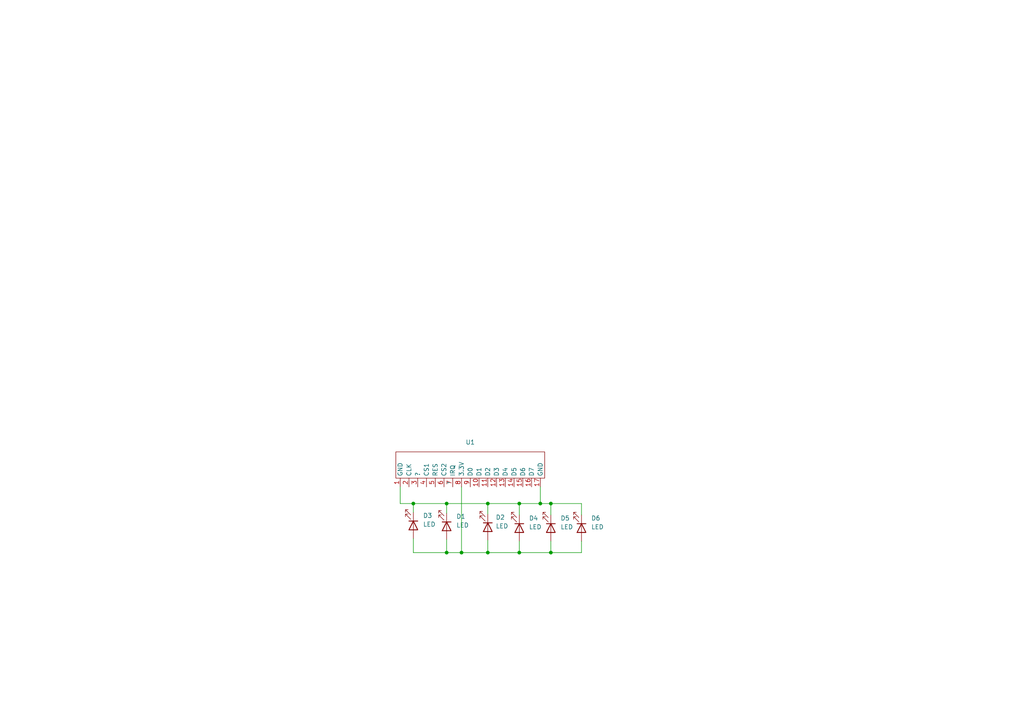
<source format=kicad_sch>
(kicad_sch (version 20230121) (generator eeschema)
  (paper "A4")
  (lib_symbols
    (symbol "Device:LED" (pin_numbers hide) (pin_names (offset 1.016) hide)
      (property "Reference" "D" (at 0 2.54 0))
      (property "Value" "LED" (at 0 -2.54 0))
      (symbol "LED_0_1"
        (polyline (pts (xy -1.27 -1.27) (xy -1.27 1.27)) (stroke (width 0.254)))
        (polyline (pts (xy -1.27 0) (xy 1.27 0)))
        (polyline (pts (xy 1.27 -1.27) (xy 1.27 1.27) (xy -1.27 0) (xy 1.27 -1.27)) (stroke (width 0.254)))
        (polyline (pts (xy -3.048 -0.762) (xy -4.572 -2.286) (xy -3.81 -2.286) (xy -4.572 -2.286) (xy -4.572 -1.524)))
        (polyline (pts (xy -1.778 -0.762) (xy -3.302 -2.286) (xy -2.54 -2.286) (xy -3.302 -2.286) (xy -3.302 -1.524)))
      )
      (symbol "LED_1_1"
        (pin passive line (at -3.81 0 0) (length 2.54) (name "K") (number "1"))
        (pin passive line (at 3.81 0 180) (length 2.54) (name "A") (number "2"))
      )
    )
    (symbol "ds_cart_pins:ds_cart_pins"
      (property "Reference" "U" (at 0 8.89 0))
      (symbol "ds_cart_pins_0_1"
        (rectangle (start -21.59 7.62) (end 21.59 0))
      )
      (symbol "ds_cart_pins_1_1"
        (pin input line (at -20.32 -2.54 90) (length 2.54) (name "GND") (number "1"))
        (pin input line (at 2.54 -2.54 90) (length 2.54) (name "D1") (number "10"))
        (pin input line (at 5.08 -2.54 90) (length 2.54) (name "D2") (number "11"))
        (pin input line (at 7.62 -2.54 90) (length 2.54) (name "D3") (number "12"))
        (pin input line (at 10.16 -2.54 90) (length 2.54) (name "D4") (number "13"))
        (pin input line (at 12.7 -2.54 90) (length 2.54) (name "D5") (number "14"))
        (pin input line (at 15.24 -2.54 90) (length 2.54) (name "D6") (number "15"))
        (pin input line (at 17.78 -2.54 90) (length 2.54) (name "D7") (number "16"))
        (pin input line (at 20.32 -2.54 90) (length 2.54) (name "GND") (number "17"))
        (pin input line (at -17.78 -2.54 90) (length 2.54) (name "CLK") (number "2"))
        (pin input line (at -15.24 -2.54 90) (length 2.54) (name "?") (number "3"))
        (pin input line (at -12.7 -2.54 90) (length 2.54) (name "CS1") (number "4"))
        (pin input line (at -10.16 -2.54 90) (length 2.54) (name "RES") (number "5"))
        (pin input line (at -7.62 -2.54 90) (length 2.54) (name "CS2") (number "6"))
        (pin input line (at -5.08 -2.54 90) (length 2.54) (name "IRQ") (number "7"))
        (pin input line (at -2.54 -2.54 90) (length 2.54) (name "3.3V") (number "8"))
        (pin input line (at 0 -2.54 90) (length 2.54) (name "D0") (number "9"))
      )
    )
  )
  (junction (at 141.478 146.05))
  (junction (at 159.766 160.274))
  (junction (at 133.858 160.274))
  (junction (at 159.766 146.05))
  (junction (at 119.888 146.05))
  (junction (at 141.478 160.274))
  (junction (at 129.54 160.274))
  (junction (at 150.622 160.274))
  (junction (at 150.622 146.05))
  (junction (at 129.54 146.05))
  (junction (at 156.718 146.05))
  (wire (pts (xy 150.622 160.274) (xy 150.622 156.972)))
  (wire (pts (xy 159.766 146.05) (xy 168.656 146.05)))
  (wire (pts (xy 133.858 160.274) (xy 141.478 160.274)))
  (wire (pts (xy 119.888 146.05) (xy 119.888 148.59)))
  (wire (pts (xy 150.622 146.05) (xy 150.622 149.352)))
  (wire (pts (xy 133.858 141.224) (xy 133.858 160.274)))
  (wire (pts (xy 141.478 146.05) (xy 141.478 149.098)))
  (wire (pts (xy 168.656 160.274) (xy 168.656 156.972)))
  (wire (pts (xy 150.622 146.05) (xy 156.718 146.05)))
  (wire (pts (xy 159.766 156.972) (xy 159.766 160.274)))
  (wire (pts (xy 168.656 146.05) (xy 168.656 149.352)))
  (wire (pts (xy 141.478 146.05) (xy 150.622 146.05)))
  (wire (pts (xy 159.766 146.05) (xy 159.766 149.352)))
  (wire (pts (xy 116.078 146.05) (xy 119.888 146.05)))
  (wire (pts (xy 119.888 156.21) (xy 119.888 160.274)))
  (wire (pts (xy 141.478 160.274) (xy 141.478 156.718)))
  (wire (pts (xy 129.54 160.274) (xy 133.858 160.274)))
  (wire (pts (xy 119.888 160.274) (xy 129.54 160.274)))
  (wire (pts (xy 156.718 146.05) (xy 159.766 146.05)))
  (wire (pts (xy 159.766 160.274) (xy 168.656 160.274)))
  (wire (pts (xy 129.54 156.464) (xy 129.54 160.274)))
  (wire (pts (xy 156.718 146.05) (xy 156.718 141.224)))
  (wire (pts (xy 129.54 146.05) (xy 129.54 148.844)))
  (wire (pts (xy 141.478 160.274) (xy 150.622 160.274)))
  (wire (pts (xy 129.54 146.05) (xy 141.478 146.05)))
  (wire (pts (xy 119.888 146.05) (xy 129.54 146.05)))
  (wire (pts (xy 116.078 141.224) (xy 116.078 146.05)))
  (wire (pts (xy 150.622 160.274) (xy 159.766 160.274)))
  (symbol (lib_id "Device:LED") (at 168.656 153.162 270) (unit 1)
    (property "Reference" "D6" (at 171.45 150.3045 90) (effects (justify left)))
    (property "Value" "LED" (at 171.45 152.8445 90) (effects (justify left)))
    (property "Footprint" "LED_SMD:LED_0603_1608Metric_Pad1.05x0.95mm_HandSolder" (effects hide))
  )
  (symbol (lib_id "Device:LED") (at 159.766 153.162 270) (unit 1)
    (property "Reference" "D5" (at 162.56 150.3045 90) (effects (justify left)))
    (property "Value" "LED" (at 162.56 152.8445 90) (effects (justify left)))
    (property "Footprint" "LED_SMD:LED_0603_1608Metric_Pad1.05x0.95mm_HandSolder" (effects hide))
  )
  (symbol (lib_id "Device:LED") (at 150.622 153.162 270) (unit 1)
    (property "Reference" "D4" (at 153.416 150.3045 90) (effects (justify left)))
    (property "Value" "LED" (at 153.416 152.8445 90) (effects (justify left)))
    (property "Footprint" "LED_SMD:LED_0603_1608Metric_Pad1.05x0.95mm_HandSolder" (effects hide))
  )
  (symbol (lib_id "ds_cart_pins:ds_cart_pins") (at 136.398 138.684 0) (unit 1)
    (property "Reference" "U1" (at 136.398 128.27 0))
    (property "Value" "~" (at 130.048 139.954 0))
    (property "Footprint" "custom_connectors:ds_cart_pins" (effects hide))
  )
  (symbol (lib_id "Device:LED") (at 119.888 152.4 270) (unit 1)
    (property "Reference" "D3" (at 122.682 149.5425 90) (effects (justify left)))
    (property "Value" "LED" (at 122.682 152.0825 90) (effects (justify left)))
    (property "Footprint" "LED_SMD:LED_0603_1608Metric_Pad1.05x0.95mm_HandSolder" (effects hide))
  )
  (symbol (lib_id "Device:LED") (at 129.54 152.654 270) (unit 1)
    (property "Reference" "D1" (at 132.334 149.7965 90) (effects (justify left)))
    (property "Value" "LED" (at 132.334 152.3365 90) (effects (justify left)))
    (property "Footprint" "LED_SMD:LED_0603_1608Metric_Pad1.05x0.95mm_HandSolder" (effects hide))
  )
  (symbol (lib_id "Device:LED") (at 141.478 152.908 270) (unit 1)
    (property "Reference" "D2" (at 143.764 150.0505 90) (effects (justify left)))
    (property "Value" "LED" (at 143.764 152.5905 90) (effects (justify left)))
    (property "Footprint" "LED_SMD:LED_0603_1608Metric_Pad1.05x0.95mm_HandSolder" (effects hide))
  )
)
</source>
